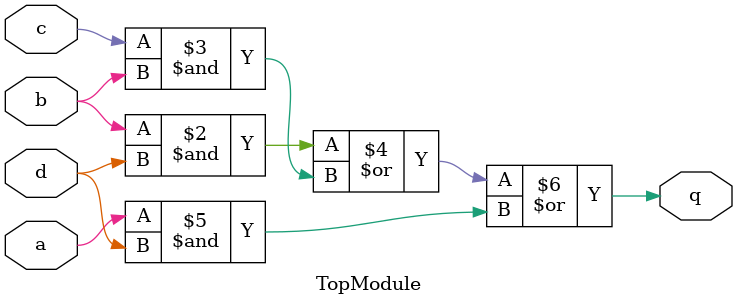
<source format=sv>
module TopModule (
    input logic a,
    input logic b,
    input logic c,
    input logic d,
    output logic q
);

    always @(*) begin
        q = (b & d) | (c & b) | (a & d);
    end

endmodule
</source>
